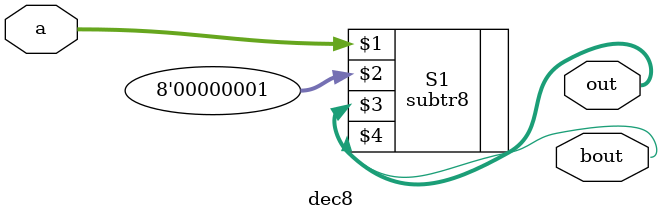
<source format=v>
module inc8(
    input [7:0] a,
    output [7:0] out,
    output cout
);
    adder8 A1(a, 8'h01, out, cout);

endmodule

module dec8(
    input [7:0] a,
    output [7:0] out,
    output bout
);
    subtr8 S1(a, 8'h01, out, bout);

endmodule

</source>
